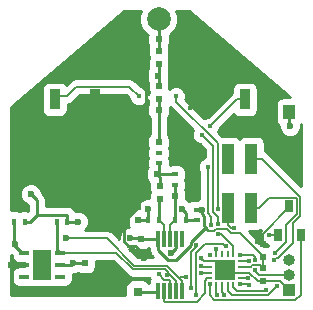
<source format=gtl>
G04 #@! TF.FileFunction,Copper,L1,Top,Signal*
%FSLAX46Y46*%
G04 Gerber Fmt 4.6, Leading zero omitted, Abs format (unit mm)*
G04 Created by KiCad (PCBNEW 4.0.7-e2-6376~60~ubuntu17.10.1) date Mon Apr  2 23:18:42 2018*
%MOMM*%
%LPD*%
G01*
G04 APERTURE LIST*
%ADD10C,0.100000*%
%ADD11C,0.400000*%
%ADD12R,0.500000X0.600000*%
%ADD13R,0.600000X0.500000*%
%ADD14R,0.800000X0.800000*%
%ADD15R,0.400000X0.600000*%
%ADD16R,1.000000X1.000000*%
%ADD17O,1.000000X1.000000*%
%ADD18R,0.300000X1.400000*%
%ADD19R,1.600000X2.500000*%
%ADD20R,0.850000X0.450000*%
%ADD21R,0.600000X0.400000*%
%ADD22R,1.000000X2.580000*%
%ADD23R,0.900000X1.700000*%
%ADD24C,1.998980*%
%ADD25R,1.000000X1.250000*%
%ADD26R,0.300000X0.300000*%
%ADD27R,0.550000X0.250000*%
%ADD28R,0.250000X0.550000*%
%ADD29R,1.700000X1.700000*%
%ADD30R,0.800000X1.000000*%
%ADD31C,0.600000*%
%ADD32C,0.254000*%
%ADD33C,0.152400*%
G04 APERTURE END LIST*
D10*
D11*
X153924000Y-141884400D03*
X153263600Y-141782800D03*
X152958800Y-141071600D03*
X152958800Y-148945600D03*
X153873200Y-149047200D03*
X155092400Y-148996400D03*
X156362400Y-148894800D03*
X157480000Y-148894800D03*
X160375600Y-148894800D03*
X158800800Y-148894800D03*
X161391600Y-146913600D03*
X160223200Y-146761200D03*
X167589200Y-136550400D03*
X167132000Y-137820400D03*
X166573200Y-137109200D03*
X166471600Y-135940800D03*
X166370000Y-134772400D03*
X166471600Y-133959600D03*
X167284400Y-135178800D03*
X168452800Y-137414000D03*
X168249600Y-139598400D03*
X172618400Y-135331200D03*
X171348400Y-135077200D03*
X174244000Y-132181600D03*
X172161200Y-130962400D03*
X170738800Y-131622800D03*
X167843200Y-131927600D03*
X167741600Y-130810000D03*
X169722800Y-130454400D03*
X171602400Y-129946400D03*
X170383200Y-128879600D03*
X169113200Y-128879600D03*
X167589200Y-129438400D03*
X167538400Y-128219200D03*
X168605200Y-127406400D03*
X167640000Y-126593600D03*
X174040800Y-130860800D03*
X175056800Y-131673600D03*
X174548800Y-131267200D03*
X175615600Y-132130800D03*
X171907200Y-128981200D03*
X172923200Y-129794000D03*
X172415200Y-129387600D03*
X173482000Y-130251200D03*
X169824400Y-127203200D03*
X170840400Y-128016000D03*
X170332400Y-127609600D03*
X171399200Y-128473200D03*
X169316400Y-126746000D03*
X168757600Y-126288800D03*
X168249600Y-125882400D03*
X166878000Y-127203200D03*
X166979600Y-126644400D03*
X167030400Y-126034800D03*
X167741600Y-125476000D03*
X167030400Y-125476000D03*
X162712400Y-126644400D03*
X162001200Y-126644400D03*
X162153600Y-127609600D03*
X161442400Y-127609600D03*
X160680400Y-128879600D03*
X159969200Y-128879600D03*
X162509200Y-128574800D03*
X161798000Y-128574800D03*
X162763200Y-129590800D03*
X162052000Y-129590800D03*
X161036000Y-129794000D03*
X160324800Y-129794000D03*
X159461200Y-129743200D03*
X158750000Y-129743200D03*
X159410400Y-130606800D03*
X158699200Y-130606800D03*
X160883600Y-130606800D03*
X160172400Y-130606800D03*
X161696400Y-130606800D03*
X162407600Y-130606800D03*
X161391600Y-132638800D03*
X162001200Y-132638800D03*
X162509200Y-132943600D03*
X162864800Y-133502400D03*
X163423600Y-134366000D03*
X164084000Y-134467600D03*
X164033200Y-135178800D03*
X163271200Y-135382000D03*
X163068000Y-136347200D03*
X163220400Y-137058400D03*
X163982400Y-137312400D03*
X163525200Y-138074400D03*
X162966400Y-138684000D03*
X163118800Y-139496800D03*
X163626800Y-139954000D03*
X164185600Y-140157200D03*
X163931600Y-140817600D03*
X162712400Y-141020800D03*
X162306000Y-142544800D03*
X162306000Y-141681200D03*
X162356800Y-140309600D03*
X160375600Y-140004800D03*
X160629600Y-142036800D03*
X160274000Y-138176000D03*
X158445200Y-137972800D03*
X159359600Y-137160000D03*
X159308800Y-135280400D03*
X157480000Y-135432800D03*
X157226000Y-136855200D03*
X157022800Y-138684000D03*
X156870400Y-140309600D03*
X157429200Y-141478000D03*
X156565600Y-141478000D03*
X156006800Y-141071600D03*
X155702000Y-140360400D03*
X155702000Y-139547600D03*
X155702000Y-138734800D03*
X155702000Y-137922000D03*
X155702000Y-137109200D03*
X155702000Y-136448800D03*
X155702000Y-135737600D03*
X155702000Y-135077200D03*
X155651200Y-134467600D03*
X155092400Y-134162800D03*
X154533600Y-134162800D03*
X153822400Y-134162800D03*
X153314400Y-133807200D03*
X154178000Y-132435600D03*
X153771600Y-132791200D03*
X153314400Y-133197600D03*
X155549600Y-131267200D03*
X155143200Y-131622800D03*
X154686000Y-132029200D03*
X156972000Y-130098800D03*
X156565600Y-130454400D03*
X156108400Y-130860800D03*
X158292800Y-128930400D03*
X157886400Y-129286000D03*
X157429200Y-129692400D03*
X159664400Y-127762000D03*
X159258000Y-128117600D03*
X158800800Y-128524000D03*
X160985200Y-126593600D03*
X160578800Y-126949200D03*
X160121600Y-127355600D03*
X161391600Y-126187200D03*
X161848800Y-125780800D03*
X162255200Y-125425200D03*
X162864800Y-125374400D03*
X163322000Y-125679200D03*
X163372800Y-126238000D03*
X163576000Y-126746000D03*
X163169600Y-127203200D03*
X163169600Y-127762000D03*
X163474400Y-128371600D03*
X166268400Y-127406400D03*
X166268400Y-127965200D03*
X166268400Y-128574800D03*
X166268400Y-129133600D03*
X166268400Y-129692400D03*
X166268400Y-130302000D03*
X166268400Y-130911600D03*
X166268400Y-131521200D03*
X163830000Y-131470400D03*
X163017200Y-130352800D03*
X163474400Y-130048000D03*
X163982400Y-130048000D03*
X164134800Y-129540000D03*
X164134800Y-128981200D03*
X164134800Y-128371600D03*
D12*
X174053500Y-147024000D03*
X174053500Y-148124000D03*
X174040800Y-146032400D03*
X174040800Y-144932400D03*
X159004000Y-146558000D03*
X159004000Y-147658000D03*
X163677600Y-145634800D03*
X163677600Y-144534800D03*
D13*
X165205500Y-127635000D03*
X164105500Y-127635000D03*
X165142000Y-130708400D03*
X164042000Y-130708400D03*
D14*
X161823600Y-148996400D03*
X163423600Y-148996400D03*
D15*
X153866000Y-143052800D03*
X152966000Y-143052800D03*
X157472800Y-143052800D03*
X156572800Y-143052800D03*
D16*
X176212500Y-148844000D03*
D17*
X176212500Y-147574000D03*
X176212500Y-146304000D03*
D18*
X167166800Y-144510400D03*
X166666800Y-144510400D03*
X166166800Y-144510400D03*
X165666800Y-144510400D03*
X165166800Y-144510400D03*
X165166800Y-148910400D03*
X165666800Y-148910400D03*
X166166800Y-148910400D03*
X166666800Y-148910400D03*
X167166800Y-148910400D03*
D19*
X155346400Y-146710400D03*
D20*
X153846400Y-145710400D03*
X153846400Y-146710400D03*
X153846400Y-147710400D03*
X156846400Y-147710400D03*
X156846400Y-146710400D03*
X156846400Y-145710400D03*
D13*
X165201600Y-136347200D03*
X164101600Y-136347200D03*
X165091200Y-139039600D03*
X163991200Y-139039600D03*
X167682000Y-140868400D03*
X166582000Y-140868400D03*
D12*
X165303200Y-140022400D03*
X165303200Y-141122400D03*
D21*
X165201600Y-138118000D03*
X165201600Y-137218000D03*
X166573200Y-139946800D03*
X166573200Y-139046800D03*
D15*
X166580400Y-142900400D03*
X167480400Y-142900400D03*
D12*
X163474400Y-142891600D03*
X163474400Y-141791600D03*
D22*
X173059600Y-137716600D03*
X173059600Y-141886600D03*
X171059600Y-137716600D03*
X171059600Y-141886600D03*
D23*
X159815000Y-132715000D03*
X156415000Y-132715000D03*
D24*
X165201600Y-125882400D03*
D15*
X164345200Y-142900400D03*
X165245200Y-142900400D03*
D21*
X168452800Y-142044000D03*
X168452800Y-142944000D03*
D13*
X165201600Y-133604000D03*
X164101600Y-133604000D03*
D25*
X174260000Y-133807200D03*
X176260000Y-133807200D03*
D23*
X172515000Y-132715000D03*
X169115000Y-132715000D03*
D12*
X165201600Y-129725600D03*
X165201600Y-128625600D03*
X165201600Y-132680800D03*
X165201600Y-131580800D03*
D26*
X172054600Y-148381800D03*
D27*
X172139600Y-147866800D03*
X172139600Y-147366800D03*
X172139600Y-146866800D03*
X172139600Y-146366800D03*
D26*
X172054600Y-145851800D03*
D28*
X171039600Y-145766800D03*
X171539600Y-145766800D03*
X170539600Y-145766800D03*
X170039600Y-145766800D03*
D26*
X169524600Y-148381800D03*
D27*
X169439600Y-146366800D03*
X169439600Y-146866800D03*
X169439600Y-147366800D03*
X169439600Y-147866800D03*
D26*
X169524600Y-145851800D03*
D28*
X170039600Y-148466800D03*
X170539600Y-148466800D03*
X171039600Y-148466800D03*
X171539600Y-148466800D03*
D29*
X170789600Y-147116800D03*
D30*
X176276000Y-141751200D03*
X175326000Y-144151200D03*
X177226000Y-144151200D03*
D11*
X162001200Y-137769600D03*
D31*
X154381200Y-140716000D03*
X168838590Y-142041195D03*
X176326800Y-134975600D03*
X157988000Y-146558000D03*
X162814000Y-144424400D03*
X158343600Y-143052800D03*
D11*
X168830610Y-146153326D03*
X173431200Y-134772400D03*
X160629600Y-132842000D03*
X163423600Y-130708400D03*
X163525200Y-133604000D03*
X167894000Y-133451600D03*
X173532800Y-144780000D03*
X170789600Y-147116800D03*
X163474400Y-141274800D03*
X167690800Y-140512800D03*
D31*
X162458400Y-147726400D03*
X163981443Y-146152557D03*
X166268400Y-145694400D03*
X152704800Y-146710400D03*
X162052000Y-136550400D03*
D11*
X167516190Y-147777200D03*
X172784633Y-147863681D03*
D31*
X153009600Y-144932400D03*
X157327600Y-144475200D03*
D11*
X172823002Y-148414759D03*
X165877760Y-147553189D03*
X168830610Y-147370800D03*
X165201600Y-147523200D03*
X173386483Y-146325787D03*
X173352769Y-147182998D03*
X172821600Y-146354800D03*
D31*
X167162190Y-141986000D03*
X164287200Y-141986000D03*
D11*
X170213379Y-143242364D03*
X170238394Y-144099573D03*
X168859200Y-135686800D03*
X169521345Y-135001011D03*
X174974162Y-146342196D03*
X174253574Y-148821790D03*
X175056800Y-145694400D03*
X175209200Y-148539200D03*
X168383242Y-145056210D03*
X169673385Y-143359036D03*
X167922590Y-148698051D03*
X171059600Y-137716600D03*
X169367200Y-138430000D03*
X170738800Y-149250400D03*
X170891200Y-145135600D03*
X171551600Y-143611600D03*
X168351200Y-149301200D03*
X170129200Y-149250400D03*
X170084996Y-145364211D03*
X170207188Y-141993748D03*
X166674800Y-132435600D03*
X163525200Y-132435600D03*
X168830610Y-146812000D03*
X174583857Y-144149491D03*
D32*
X154899401Y-142473399D02*
X154899401Y-141234201D01*
X154899401Y-141234201D02*
X154381200Y-140716000D01*
X167903840Y-145055319D02*
X167903840Y-144826096D01*
X166685357Y-146273802D02*
X167903840Y-145055319D01*
X169016214Y-143713722D02*
X169316400Y-143713722D01*
X165166800Y-144510400D02*
X165166800Y-145464400D01*
X165166800Y-145464400D02*
X165976202Y-146273802D01*
X167903840Y-144826096D02*
X169016214Y-143713722D01*
X165976202Y-146273802D02*
X166685357Y-146273802D01*
D33*
X169891030Y-143812607D02*
X169415285Y-143812607D01*
X170032665Y-143670972D02*
X169891030Y-143812607D01*
X172098602Y-144040202D02*
X171339735Y-144040202D01*
X171339735Y-144040202D02*
X170970505Y-143670972D01*
X174040800Y-146032400D02*
X174040800Y-145982400D01*
X174040800Y-145982400D02*
X172098602Y-144040202D01*
X169415285Y-143812607D02*
X169316400Y-143713722D01*
X170970505Y-143670972D02*
X170032665Y-143670972D01*
D32*
X168838590Y-142414659D02*
X168838590Y-142041195D01*
X169032201Y-143429523D02*
X169032201Y-142608270D01*
X168452800Y-142044000D02*
X168455605Y-142041195D01*
X168455605Y-142041195D02*
X168838590Y-142041195D01*
X169032201Y-142608270D02*
X168838590Y-142414659D01*
X169316400Y-143713722D02*
X169032201Y-143429523D01*
D33*
X173034637Y-146866800D02*
X172567000Y-146866800D01*
X173783897Y-146754397D02*
X173147040Y-146754397D01*
X174053500Y-147024000D02*
X173783897Y-146754397D01*
X173147040Y-146754397D02*
X173034637Y-146866800D01*
X172567000Y-146866800D02*
X172139600Y-146866800D01*
D32*
X176260000Y-133807200D02*
X176260000Y-134908800D01*
X176260000Y-134908800D02*
X176326800Y-134975600D01*
X159004000Y-146558000D02*
X157988000Y-146558000D01*
D33*
X174040800Y-146032400D02*
X174040800Y-147011300D01*
X174040800Y-147011300D02*
X174053500Y-147024000D01*
D32*
X156846400Y-146710400D02*
X157835600Y-146710400D01*
X157835600Y-146710400D02*
X157988000Y-146558000D01*
X157046400Y-146710400D02*
X156846400Y-146710400D01*
X162814000Y-144424400D02*
X163567200Y-144424400D01*
X163567200Y-144424400D02*
X163677600Y-144534800D01*
X157472800Y-143052800D02*
X158343600Y-143052800D01*
X157472800Y-143052800D02*
X157472800Y-142498800D01*
X157472800Y-142498800D02*
X157447399Y-142473399D01*
X157447399Y-142473399D02*
X154899401Y-142473399D01*
X154899401Y-142473399D02*
X154320000Y-143052800D01*
X154320000Y-143052800D02*
X153866000Y-143052800D01*
X165166800Y-144510400D02*
X163702000Y-144510400D01*
X163702000Y-144510400D02*
X163677600Y-144534800D01*
D33*
X168830610Y-146185210D02*
X168830610Y-146153326D01*
X169439600Y-146366800D02*
X169012200Y-146366800D01*
X169012200Y-146366800D02*
X168830610Y-146185210D01*
X174455900Y-148124000D02*
X174053500Y-148124000D01*
X174469302Y-148110598D02*
X174455900Y-148124000D01*
X175479098Y-148110598D02*
X174469302Y-148110598D01*
X176212500Y-148844000D02*
X175479098Y-148110598D01*
X172567000Y-147366800D02*
X172139600Y-147366800D01*
X172893900Y-147366800D02*
X172567000Y-147366800D01*
X173651100Y-148124000D02*
X172893900Y-147366800D01*
X174053500Y-148124000D02*
X173651100Y-148124000D01*
X174260000Y-133807200D02*
X174260000Y-133943600D01*
X174260000Y-133943600D02*
X173431200Y-134772400D01*
X160629600Y-132842000D02*
X159942000Y-132842000D01*
X159942000Y-132842000D02*
X159815000Y-132715000D01*
X164042000Y-130708400D02*
X163423600Y-130708400D01*
X164101600Y-133604000D02*
X163525200Y-133604000D01*
X169115000Y-132715000D02*
X168512600Y-132715000D01*
X168512600Y-132715000D02*
X167894000Y-133333600D01*
X167894000Y-133333600D02*
X167894000Y-133451600D01*
X174040800Y-144932400D02*
X173685200Y-144932400D01*
X173685200Y-144932400D02*
X173532800Y-144780000D01*
X174040800Y-144086400D02*
X174040800Y-144480000D01*
X176276000Y-141751200D02*
X176276000Y-141851200D01*
X176276000Y-141851200D02*
X174040800Y-144086400D01*
X174040800Y-144480000D02*
X174040800Y-144932400D01*
X170789600Y-147116800D02*
X171039600Y-147366800D01*
X171039600Y-147366800D02*
X172139600Y-147366800D01*
X170789600Y-147116800D02*
X170039600Y-146366800D01*
X170039600Y-146366800D02*
X169439600Y-146366800D01*
X163474400Y-141791600D02*
X163474400Y-141274800D01*
X167682000Y-140868400D02*
X167682000Y-140521600D01*
X167682000Y-140521600D02*
X167690800Y-140512800D01*
D32*
X159004000Y-147658000D02*
X162390000Y-147658000D01*
X162390000Y-147658000D02*
X162458400Y-147726400D01*
X161823600Y-148996400D02*
X161823600Y-148361200D01*
X161823600Y-148361200D02*
X162458400Y-147726400D01*
X163677600Y-145634800D02*
X163677600Y-145848714D01*
X163681444Y-145852558D02*
X163981443Y-146152557D01*
X163677600Y-145848714D02*
X163681444Y-145852558D01*
X166666800Y-144510400D02*
X166666800Y-145296000D01*
X166666800Y-145296000D02*
X166268400Y-145694400D01*
X162234599Y-144695799D02*
X162234599Y-143081401D01*
X162619600Y-145080800D02*
X162234599Y-144695799D01*
X162234599Y-143081401D02*
X163474400Y-141841600D01*
X163677600Y-145584800D02*
X163173600Y-145080800D01*
X163677600Y-145634800D02*
X163677600Y-145584800D01*
X163474400Y-141841600D02*
X163474400Y-141791600D01*
X163173600Y-145080800D02*
X162619600Y-145080800D01*
X153846400Y-146710400D02*
X152704800Y-146710400D01*
X164101600Y-136347200D02*
X162255200Y-136347200D01*
X162255200Y-136347200D02*
X162052000Y-136550400D01*
X163991200Y-139039600D02*
X163991200Y-136457600D01*
X163991200Y-136457600D02*
X164101600Y-136347200D01*
X164101600Y-133604000D02*
X164101600Y-134108000D01*
X164101600Y-134108000D02*
X164101600Y-136347200D01*
X164101600Y-133604000D02*
X164101600Y-130768000D01*
X164101600Y-130768000D02*
X164042000Y-130708400D01*
X164105500Y-127635000D02*
X164105500Y-130644900D01*
X164105500Y-130644900D02*
X164042000Y-130708400D01*
X165245200Y-142900400D02*
X165245200Y-141180400D01*
X165245200Y-141180400D02*
X165303200Y-141122400D01*
D33*
X165666800Y-144510400D02*
X165666800Y-143322000D01*
X165666800Y-143322000D02*
X165245200Y-142900400D01*
D32*
X166580400Y-140819200D02*
X166582000Y-140817600D01*
X166582000Y-139955600D02*
X166573200Y-139946800D01*
X166582000Y-140817600D02*
X166582000Y-139955600D01*
X166580400Y-142900400D02*
X166580400Y-140819200D01*
D33*
X166166800Y-144510400D02*
X166166800Y-143314000D01*
X166166800Y-143314000D02*
X166580400Y-142900400D01*
D32*
X163423600Y-148996400D02*
X165080800Y-148996400D01*
X165080800Y-148996400D02*
X165166800Y-148910400D01*
D33*
X167233348Y-147777200D02*
X167516190Y-147777200D01*
X166987600Y-147777200D02*
X167233348Y-147777200D01*
X166936800Y-147828000D02*
X166987600Y-147777200D01*
X172781514Y-147866800D02*
X172784633Y-147863681D01*
X172139600Y-147866800D02*
X172781514Y-147866800D01*
X157751864Y-144475200D02*
X157327600Y-144475200D01*
X160832800Y-144475200D02*
X157751864Y-144475200D01*
X166936800Y-147828000D02*
X165898587Y-146789787D01*
X163147387Y-146789787D02*
X160832800Y-144475200D01*
X165898587Y-146789787D02*
X163147387Y-146789787D01*
X167166800Y-148058000D02*
X166936800Y-147828000D01*
D32*
X152966000Y-143967200D02*
X152966000Y-144475200D01*
X152966000Y-144475200D02*
X152966000Y-145030000D01*
X152966000Y-143052800D02*
X152966000Y-143967200D01*
D33*
X167166800Y-148910400D02*
X167166800Y-148058000D01*
D32*
X152966000Y-145030000D02*
X153646400Y-145710400D01*
X153646400Y-145710400D02*
X153846400Y-145710400D01*
D33*
X172790043Y-148381800D02*
X172823002Y-148414759D01*
X172054600Y-148381800D02*
X172790043Y-148381800D01*
X166436800Y-147828000D02*
X165703398Y-147094598D01*
X161636934Y-145710400D02*
X157423800Y-145710400D01*
X157423800Y-145710400D02*
X156846400Y-145710400D01*
X163021132Y-147094598D02*
X161636934Y-145710400D01*
X165703398Y-147094598D02*
X163021132Y-147094598D01*
X166160602Y-147553189D02*
X165877760Y-147553189D01*
X166161989Y-147553189D02*
X166160602Y-147553189D01*
X166436800Y-147828000D02*
X166161989Y-147553189D01*
X166666800Y-148058000D02*
X166436800Y-147828000D01*
X166666800Y-148910400D02*
X166666800Y-148058000D01*
D32*
X156572800Y-143052800D02*
X156572800Y-145436800D01*
X156572800Y-145436800D02*
X156846400Y-145710400D01*
D33*
X169145999Y-148048919D02*
X169328118Y-147866800D01*
X169145999Y-149140731D02*
X169145999Y-148048919D01*
X168447729Y-149839001D02*
X169145999Y-149140731D01*
X169328118Y-147866800D02*
X169439600Y-147866800D01*
X165743001Y-149839001D02*
X168447729Y-149839001D01*
X165666800Y-148910400D02*
X165666800Y-149762800D01*
X165666800Y-149762800D02*
X165743001Y-149839001D01*
X169439600Y-147366800D02*
X168834610Y-147366800D01*
X168834610Y-147366800D02*
X168830610Y-147370800D01*
X166090599Y-147981799D02*
X165660199Y-147981799D01*
X165660199Y-147981799D02*
X165201600Y-147523200D01*
X166166800Y-148910400D02*
X166166800Y-148058000D01*
X166166800Y-148058000D02*
X166090599Y-147981799D01*
X172054600Y-145851800D02*
X173195338Y-145851800D01*
X173195338Y-145851800D02*
X173386483Y-146042945D01*
X176212500Y-147574000D02*
X173703022Y-147574000D01*
X173703022Y-147574000D02*
X173552768Y-147423746D01*
X173552768Y-147382997D02*
X173352769Y-147182998D01*
X173386483Y-146042945D02*
X173386483Y-146325787D01*
X173552768Y-147423746D02*
X173552768Y-147382997D01*
X172809600Y-146366800D02*
X172821600Y-146354800D01*
X172139600Y-146366800D02*
X172809600Y-146366800D01*
D32*
X165201600Y-131580800D02*
X165201600Y-130768000D01*
X165201600Y-130768000D02*
X165142000Y-130708400D01*
X165201600Y-129725600D02*
X165201600Y-130648800D01*
X165201600Y-130648800D02*
X165142000Y-130708400D01*
X165205500Y-127635000D02*
X165205500Y-128621700D01*
X165205500Y-128621700D02*
X165201600Y-128625600D01*
X165205500Y-127635000D02*
X165205500Y-125886300D01*
X165205500Y-125886300D02*
X165201600Y-125882400D01*
X165201600Y-136347200D02*
X165201600Y-133604000D01*
X165201600Y-133604000D02*
X165201600Y-132680800D01*
X165201600Y-138118000D02*
X165201600Y-138929200D01*
X165201600Y-138929200D02*
X165091200Y-139039600D01*
X165303200Y-140022400D02*
X165303200Y-139251600D01*
X165303200Y-139251600D02*
X165091200Y-139039600D01*
X166573200Y-139046800D02*
X165098400Y-139046800D01*
X165098400Y-139046800D02*
X165091200Y-139039600D01*
X167462189Y-142285999D02*
X167162190Y-141986000D01*
X167480400Y-142304210D02*
X167462189Y-142285999D01*
X167480400Y-142900400D02*
X167480400Y-142304210D01*
X164287200Y-141986000D02*
X164287200Y-142842400D01*
X164287200Y-142842400D02*
X164345200Y-142900400D01*
X163483200Y-142900400D02*
X163474400Y-142891600D01*
X164329200Y-142884400D02*
X164345200Y-142900400D01*
X168452800Y-142944000D02*
X167524000Y-142944000D01*
X167524000Y-142944000D02*
X167480400Y-142900400D01*
X164345200Y-142900400D02*
X163483200Y-142900400D01*
X167480400Y-142900400D02*
X167589200Y-142900400D01*
D33*
X170213379Y-142959522D02*
X170213379Y-143242364D01*
X170213379Y-142655049D02*
X170213379Y-142959522D01*
X168859200Y-135686800D02*
X169846602Y-136674202D01*
X169776129Y-142217799D02*
X170213379Y-142655049D01*
X169776129Y-138706203D02*
X169776129Y-142217799D01*
X169846602Y-138635730D02*
X169776129Y-138706203D01*
X171539600Y-145117937D02*
X170521236Y-144099573D01*
X170521236Y-144099573D02*
X170238394Y-144099573D01*
X169846602Y-136674202D02*
X169846602Y-138635730D01*
X171539600Y-145766800D02*
X171539600Y-145117937D01*
X169721344Y-134801012D02*
X169521345Y-135001011D01*
X171807356Y-132715000D02*
X169721344Y-134801012D01*
X172515000Y-132715000D02*
X171807356Y-132715000D01*
X177209412Y-142560337D02*
X176580801Y-143188947D01*
X175339875Y-146142197D02*
X175174161Y-146142197D01*
X173983949Y-137716600D02*
X177209412Y-140942063D01*
X175174161Y-146142197D02*
X174974162Y-146342196D01*
X173059600Y-137716600D02*
X173983949Y-137716600D01*
X176580801Y-144901271D02*
X175339875Y-146142197D01*
X176580801Y-143188947D02*
X176580801Y-144901271D01*
X177209412Y-140942063D02*
X177209412Y-142560337D01*
X174181164Y-148894200D02*
X174253574Y-148821790D01*
X171539600Y-148466800D02*
X171539600Y-148616800D01*
X171539600Y-148616800D02*
X171817000Y-148894200D01*
X171817000Y-148894200D02*
X174181164Y-148894200D01*
X175056800Y-145694400D02*
X175954601Y-144796599D01*
X175954601Y-144796599D02*
X175954601Y-143384081D01*
X175954601Y-143384081D02*
X176904601Y-142434081D01*
X176904601Y-142434081D02*
X176904601Y-141068319D01*
X176904601Y-141068319D02*
X176858881Y-141022599D01*
X176858881Y-141022599D02*
X174576001Y-141022599D01*
X174576001Y-141022599D02*
X173712000Y-141886600D01*
X173712000Y-141886600D02*
X173059600Y-141886600D01*
X174611694Y-149098000D02*
X174650400Y-149098000D01*
X174650400Y-149098000D02*
X175209200Y-148539200D01*
X171039600Y-148466800D02*
X171039600Y-148894200D01*
X171039600Y-148894200D02*
X171395791Y-149250391D01*
X171395791Y-149250391D02*
X174459303Y-149250391D01*
X174459303Y-149250391D02*
X174611694Y-149098000D01*
X167922590Y-148415209D02*
X167973390Y-148364409D01*
X167973390Y-148364409D02*
X167973390Y-145618462D01*
X167973390Y-145618462D02*
X168383242Y-145208610D01*
X167922590Y-148698051D02*
X167922590Y-148415209D01*
X168383242Y-145208610D02*
X168383242Y-145056210D01*
X169367200Y-138430000D02*
X169367200Y-142352569D01*
X169673385Y-143076194D02*
X169673385Y-143359036D01*
X169673385Y-142658754D02*
X169673385Y-143076194D01*
X169367200Y-142352569D02*
X169673385Y-142658754D01*
X170539600Y-148466800D02*
X170539600Y-149051200D01*
X170539600Y-149051200D02*
X170738800Y-149250400D01*
X170691201Y-144935601D02*
X169109999Y-144935601D01*
X169109999Y-144935601D02*
X168351200Y-145694400D01*
X170891200Y-145135600D02*
X170691201Y-144935601D01*
X171059600Y-141886600D02*
X171059600Y-143329000D01*
X171059600Y-143329000D02*
X171342200Y-143611600D01*
X171342200Y-143611600D02*
X171551600Y-143611600D01*
X168351200Y-149301200D02*
X168351200Y-149018358D01*
X168351200Y-149018358D02*
X168351200Y-145694400D01*
X170039600Y-148466800D02*
X170039600Y-149160800D01*
X170039600Y-149160800D02*
X170129200Y-149250400D01*
X170039600Y-145766800D02*
X170084996Y-145721404D01*
X170084996Y-145721404D02*
X170084996Y-145647053D01*
X170084996Y-145647053D02*
X170084996Y-145364211D01*
X166674800Y-132892800D02*
X170207188Y-136425188D01*
X166674800Y-132435600D02*
X166674800Y-132892800D01*
X170207188Y-141710906D02*
X170207188Y-141993748D01*
X170207188Y-136425188D02*
X170207188Y-141710906D01*
X157429200Y-132435600D02*
X158228401Y-131636399D01*
X158228401Y-131636399D02*
X162725999Y-131636399D01*
X162725999Y-131636399D02*
X163525200Y-132435600D01*
X157429200Y-132435600D02*
X156694400Y-132435600D01*
X156694400Y-132435600D02*
X156415000Y-132715000D01*
X168885410Y-146866800D02*
X168830610Y-146812000D01*
X169439600Y-146866800D02*
X168885410Y-146866800D01*
X174585566Y-144151200D02*
X174583857Y-144149491D01*
X175326000Y-144151200D02*
X174585566Y-144151200D01*
X169524600Y-148684200D02*
X169524600Y-148381800D01*
X169524600Y-149280132D02*
X169524600Y-148684200D01*
X169923470Y-149679002D02*
X169524600Y-149280132D01*
X177226000Y-149241982D02*
X176788980Y-149679002D01*
X176788980Y-149679002D02*
X169923470Y-149679002D01*
X177226000Y-144151200D02*
X177226000Y-149241982D01*
D32*
G36*
X152773960Y-145915590D02*
X152773960Y-145935400D01*
X152818238Y-146170717D01*
X152957310Y-146386841D01*
X153169510Y-146531831D01*
X153421400Y-146582840D01*
X153898960Y-146582840D01*
X153898960Y-146837960D01*
X153421400Y-146837960D01*
X153186083Y-146882238D01*
X152969959Y-147021310D01*
X152824969Y-147233510D01*
X152773960Y-147485400D01*
X152773960Y-147935400D01*
X152818238Y-148170717D01*
X152957310Y-148386841D01*
X153169510Y-148531831D01*
X153421400Y-148582840D01*
X154271400Y-148582840D01*
X154349955Y-148568059D01*
X154546400Y-148607840D01*
X156146400Y-148607840D01*
X156352941Y-148568977D01*
X156421400Y-148582840D01*
X157271400Y-148582840D01*
X157506717Y-148538562D01*
X157722841Y-148399490D01*
X157867831Y-148187290D01*
X157918840Y-147935400D01*
X157918840Y-147492940D01*
X158173167Y-147493162D01*
X158413475Y-147393869D01*
X158502110Y-147454431D01*
X158754000Y-147505440D01*
X159254000Y-147505440D01*
X159489317Y-147461162D01*
X159705441Y-147322090D01*
X159850431Y-147109890D01*
X159901440Y-146858000D01*
X159901440Y-146421600D01*
X161342346Y-146421600D01*
X162518238Y-147597493D01*
X162740960Y-147746310D01*
X162748968Y-147751661D01*
X163021132Y-147805798D01*
X164414895Y-147805798D01*
X164456279Y-147905954D01*
X164420369Y-147958510D01*
X164369360Y-148210400D01*
X164369360Y-148234400D01*
X164345244Y-148234400D01*
X164287690Y-148144959D01*
X164075490Y-147999969D01*
X163823600Y-147948960D01*
X163023600Y-147948960D01*
X162788283Y-147993238D01*
X162572159Y-148132310D01*
X162427169Y-148344510D01*
X162376160Y-148596400D01*
X162376160Y-149290000D01*
X152710000Y-149290000D01*
X152710000Y-145851630D01*
X152773960Y-145915590D01*
X152773960Y-145915590D01*
G37*
X152773960Y-145915590D02*
X152773960Y-145935400D01*
X152818238Y-146170717D01*
X152957310Y-146386841D01*
X153169510Y-146531831D01*
X153421400Y-146582840D01*
X153898960Y-146582840D01*
X153898960Y-146837960D01*
X153421400Y-146837960D01*
X153186083Y-146882238D01*
X152969959Y-147021310D01*
X152824969Y-147233510D01*
X152773960Y-147485400D01*
X152773960Y-147935400D01*
X152818238Y-148170717D01*
X152957310Y-148386841D01*
X153169510Y-148531831D01*
X153421400Y-148582840D01*
X154271400Y-148582840D01*
X154349955Y-148568059D01*
X154546400Y-148607840D01*
X156146400Y-148607840D01*
X156352941Y-148568977D01*
X156421400Y-148582840D01*
X157271400Y-148582840D01*
X157506717Y-148538562D01*
X157722841Y-148399490D01*
X157867831Y-148187290D01*
X157918840Y-147935400D01*
X157918840Y-147492940D01*
X158173167Y-147493162D01*
X158413475Y-147393869D01*
X158502110Y-147454431D01*
X158754000Y-147505440D01*
X159254000Y-147505440D01*
X159489317Y-147461162D01*
X159705441Y-147322090D01*
X159850431Y-147109890D01*
X159901440Y-146858000D01*
X159901440Y-146421600D01*
X161342346Y-146421600D01*
X162518238Y-147597493D01*
X162740960Y-147746310D01*
X162748968Y-147751661D01*
X163021132Y-147805798D01*
X164414895Y-147805798D01*
X164456279Y-147905954D01*
X164420369Y-147958510D01*
X164369360Y-148210400D01*
X164369360Y-148234400D01*
X164345244Y-148234400D01*
X164287690Y-148144959D01*
X164075490Y-147999969D01*
X163823600Y-147948960D01*
X163023600Y-147948960D01*
X162788283Y-147993238D01*
X162572159Y-148132310D01*
X162427169Y-148344510D01*
X162376160Y-148596400D01*
X162376160Y-149290000D01*
X152710000Y-149290000D01*
X152710000Y-145851630D01*
X152773960Y-145915590D01*
G36*
X176514800Y-148947393D02*
X176494392Y-148967802D01*
X175935354Y-148967802D01*
X176044055Y-148706021D01*
X176044078Y-148679922D01*
X176190264Y-148709000D01*
X176234736Y-148709000D01*
X176514800Y-148653292D01*
X176514800Y-148947393D01*
X176514800Y-148947393D01*
G37*
X176514800Y-148947393D02*
X176494392Y-148967802D01*
X175935354Y-148967802D01*
X176044055Y-148706021D01*
X176044078Y-148679922D01*
X176190264Y-148709000D01*
X176234736Y-148709000D01*
X176514800Y-148653292D01*
X176514800Y-148947393D01*
G36*
X170914600Y-146689240D02*
X171164600Y-146689240D01*
X171230307Y-146676876D01*
X171217160Y-146741800D01*
X171217160Y-146991800D01*
X171261438Y-147227117D01*
X171351790Y-147367527D01*
X171268169Y-147489910D01*
X171253497Y-147562362D01*
X171164600Y-147544360D01*
X170914600Y-147544360D01*
X170785011Y-147568744D01*
X170664600Y-147544360D01*
X170414600Y-147544360D01*
X170348893Y-147556724D01*
X170362040Y-147491800D01*
X170362040Y-147241800D01*
X170337656Y-147112211D01*
X170362040Y-146991800D01*
X170362040Y-146741800D01*
X170349676Y-146676093D01*
X170414600Y-146689240D01*
X170664600Y-146689240D01*
X170794189Y-146664856D01*
X170914600Y-146689240D01*
X170914600Y-146689240D01*
G37*
X170914600Y-146689240D02*
X171164600Y-146689240D01*
X171230307Y-146676876D01*
X171217160Y-146741800D01*
X171217160Y-146991800D01*
X171261438Y-147227117D01*
X171351790Y-147367527D01*
X171268169Y-147489910D01*
X171253497Y-147562362D01*
X171164600Y-147544360D01*
X170914600Y-147544360D01*
X170785011Y-147568744D01*
X170664600Y-147544360D01*
X170414600Y-147544360D01*
X170348893Y-147556724D01*
X170362040Y-147491800D01*
X170362040Y-147241800D01*
X170337656Y-147112211D01*
X170362040Y-146991800D01*
X170362040Y-146741800D01*
X170349676Y-146676093D01*
X170414600Y-146689240D01*
X170664600Y-146689240D01*
X170794189Y-146664856D01*
X170914600Y-146689240D01*
G36*
X164404800Y-145398747D02*
X164404800Y-145464400D01*
X164462804Y-145756005D01*
X164582672Y-145935400D01*
X164627985Y-146003215D01*
X164703357Y-146078587D01*
X163441976Y-146078587D01*
X162722710Y-145359321D01*
X162999167Y-145359562D01*
X163043818Y-145341113D01*
X163175710Y-145431231D01*
X163427600Y-145482240D01*
X163927600Y-145482240D01*
X164162917Y-145437962D01*
X164379041Y-145298890D01*
X164384506Y-145290892D01*
X164404800Y-145398747D01*
X164404800Y-145398747D01*
G37*
X164404800Y-145398747D02*
X164404800Y-145464400D01*
X164462804Y-145756005D01*
X164582672Y-145935400D01*
X164627985Y-146003215D01*
X164703357Y-146078587D01*
X163441976Y-146078587D01*
X162722710Y-145359321D01*
X162999167Y-145359562D01*
X163043818Y-145341113D01*
X163175710Y-145431231D01*
X163427600Y-145482240D01*
X163927600Y-145482240D01*
X164162917Y-145437962D01*
X164379041Y-145298890D01*
X164384506Y-145290892D01*
X164404800Y-145398747D01*
G36*
X173749002Y-143982670D02*
X173748712Y-144314854D01*
X173875565Y-144621863D01*
X174110250Y-144856957D01*
X174374396Y-144966640D01*
X174461910Y-145102641D01*
X174465342Y-145104986D01*
X174452584Y-145117722D01*
X174290800Y-145084960D01*
X174149149Y-145084960D01*
X172888228Y-143824040D01*
X173559600Y-143824040D01*
X173794917Y-143779762D01*
X173847237Y-143746095D01*
X173749002Y-143982670D01*
X173749002Y-143982670D01*
G37*
X173749002Y-143982670D02*
X173748712Y-144314854D01*
X173875565Y-144621863D01*
X174110250Y-144856957D01*
X174374396Y-144966640D01*
X174461910Y-145102641D01*
X174465342Y-145104986D01*
X174452584Y-145117722D01*
X174290800Y-145084960D01*
X174149149Y-145084960D01*
X172888228Y-143824040D01*
X173559600Y-143824040D01*
X173794917Y-143779762D01*
X173847237Y-143746095D01*
X173749002Y-143982670D01*
G36*
X163567394Y-125555853D02*
X163566826Y-126206094D01*
X163815138Y-126807055D01*
X164274527Y-127267246D01*
X164281333Y-127270072D01*
X164258060Y-127385000D01*
X164258060Y-127885000D01*
X164302338Y-128120317D01*
X164335344Y-128171610D01*
X164304160Y-128325600D01*
X164304160Y-128925600D01*
X164348438Y-129160917D01*
X164355942Y-129172579D01*
X164355169Y-129173710D01*
X164304160Y-129425600D01*
X164304160Y-130025600D01*
X164318199Y-130100212D01*
X164245569Y-130206510D01*
X164194560Y-130458400D01*
X164194560Y-130958400D01*
X164238838Y-131193717D01*
X164304160Y-131295230D01*
X164304160Y-131880800D01*
X164348438Y-132116117D01*
X164355942Y-132127779D01*
X164355169Y-132128910D01*
X164337665Y-132215347D01*
X164233492Y-131963228D01*
X163998807Y-131728134D01*
X163699053Y-131603665D01*
X163228893Y-131133505D01*
X162998164Y-130979336D01*
X162725999Y-130925199D01*
X158228401Y-130925199D01*
X157956236Y-130979336D01*
X157725507Y-131133505D01*
X157374650Y-131484362D01*
X157329090Y-131413559D01*
X157116890Y-131268569D01*
X156865000Y-131217560D01*
X155965000Y-131217560D01*
X155729683Y-131261838D01*
X155513559Y-131400910D01*
X155368569Y-131613110D01*
X155317560Y-131865000D01*
X155317560Y-133565000D01*
X155361838Y-133800317D01*
X155500910Y-134016441D01*
X155713110Y-134161431D01*
X155965000Y-134212440D01*
X156865000Y-134212440D01*
X157100317Y-134168162D01*
X157316441Y-134029090D01*
X157461431Y-133816890D01*
X157512440Y-133565000D01*
X157512440Y-133130243D01*
X157701365Y-133092663D01*
X157932094Y-132938494D01*
X158522989Y-132347599D01*
X162431411Y-132347599D01*
X162693773Y-132609961D01*
X162816908Y-132907972D01*
X163051593Y-133143066D01*
X163358379Y-133270455D01*
X163690563Y-133270745D01*
X163997572Y-133143892D01*
X164232666Y-132909207D01*
X164304160Y-132737031D01*
X164304160Y-132980800D01*
X164322275Y-133077074D01*
X164305169Y-133102110D01*
X164254160Y-133354000D01*
X164254160Y-133854000D01*
X164298438Y-134089317D01*
X164437510Y-134305441D01*
X164439600Y-134306869D01*
X164439600Y-135648564D01*
X164305169Y-135845310D01*
X164254160Y-136097200D01*
X164254160Y-136597200D01*
X164295203Y-136815324D01*
X164254160Y-137018000D01*
X164254160Y-137418000D01*
X164298438Y-137653317D01*
X164305942Y-137664979D01*
X164305169Y-137666110D01*
X164254160Y-137918000D01*
X164254160Y-138318000D01*
X164273751Y-138422116D01*
X164194769Y-138537710D01*
X164143760Y-138789600D01*
X164143760Y-139289600D01*
X164188038Y-139524917D01*
X164327110Y-139741041D01*
X164405760Y-139794780D01*
X164405760Y-140322400D01*
X164450038Y-140557717D01*
X164457542Y-140569379D01*
X164456769Y-140570510D01*
X164405760Y-140822400D01*
X164405760Y-141051103D01*
X164102033Y-141050838D01*
X163758257Y-141192883D01*
X163495008Y-141455673D01*
X163352362Y-141799201D01*
X163352236Y-141944160D01*
X163224400Y-141944160D01*
X162989083Y-141988438D01*
X162772959Y-142127510D01*
X162627969Y-142339710D01*
X162576960Y-142591600D01*
X162576960Y-143191600D01*
X162621238Y-143426917D01*
X162661359Y-143489266D01*
X162628833Y-143489238D01*
X162285057Y-143631283D01*
X162021808Y-143894073D01*
X161879162Y-144237601D01*
X161878920Y-144515532D01*
X161335694Y-143972306D01*
X161104965Y-143818137D01*
X160832800Y-143764000D01*
X158954603Y-143764000D01*
X159135792Y-143583127D01*
X159278438Y-143239599D01*
X159278762Y-142867633D01*
X159136717Y-142523857D01*
X158873927Y-142260608D01*
X158530399Y-142117962D01*
X158158433Y-142117638D01*
X158125930Y-142131068D01*
X158011615Y-141959984D01*
X157986214Y-141934584D01*
X157914236Y-141886490D01*
X157739004Y-141769403D01*
X157447399Y-141711399D01*
X155661401Y-141711399D01*
X155661401Y-141234201D01*
X155603397Y-140942596D01*
X155438216Y-140695386D01*
X155316325Y-140573495D01*
X155316362Y-140530833D01*
X155174317Y-140187057D01*
X154911527Y-139923808D01*
X154567999Y-139781162D01*
X154196033Y-139780838D01*
X153852257Y-139922883D01*
X153589008Y-140185673D01*
X153446362Y-140529201D01*
X153446038Y-140901167D01*
X153588083Y-141244943D01*
X153850873Y-141508192D01*
X154137401Y-141627169D01*
X154137401Y-142119819D01*
X154066000Y-142105360D01*
X153666000Y-142105360D01*
X153430683Y-142149638D01*
X153419021Y-142157142D01*
X153417890Y-142156369D01*
X153166000Y-142105360D01*
X152766000Y-142105360D01*
X152710000Y-142115897D01*
X152710000Y-133328333D01*
X162260980Y-125210000D01*
X163711005Y-125210000D01*
X163567394Y-125555853D01*
X163567394Y-125555853D01*
G37*
X163567394Y-125555853D02*
X163566826Y-126206094D01*
X163815138Y-126807055D01*
X164274527Y-127267246D01*
X164281333Y-127270072D01*
X164258060Y-127385000D01*
X164258060Y-127885000D01*
X164302338Y-128120317D01*
X164335344Y-128171610D01*
X164304160Y-128325600D01*
X164304160Y-128925600D01*
X164348438Y-129160917D01*
X164355942Y-129172579D01*
X164355169Y-129173710D01*
X164304160Y-129425600D01*
X164304160Y-130025600D01*
X164318199Y-130100212D01*
X164245569Y-130206510D01*
X164194560Y-130458400D01*
X164194560Y-130958400D01*
X164238838Y-131193717D01*
X164304160Y-131295230D01*
X164304160Y-131880800D01*
X164348438Y-132116117D01*
X164355942Y-132127779D01*
X164355169Y-132128910D01*
X164337665Y-132215347D01*
X164233492Y-131963228D01*
X163998807Y-131728134D01*
X163699053Y-131603665D01*
X163228893Y-131133505D01*
X162998164Y-130979336D01*
X162725999Y-130925199D01*
X158228401Y-130925199D01*
X157956236Y-130979336D01*
X157725507Y-131133505D01*
X157374650Y-131484362D01*
X157329090Y-131413559D01*
X157116890Y-131268569D01*
X156865000Y-131217560D01*
X155965000Y-131217560D01*
X155729683Y-131261838D01*
X155513559Y-131400910D01*
X155368569Y-131613110D01*
X155317560Y-131865000D01*
X155317560Y-133565000D01*
X155361838Y-133800317D01*
X155500910Y-134016441D01*
X155713110Y-134161431D01*
X155965000Y-134212440D01*
X156865000Y-134212440D01*
X157100317Y-134168162D01*
X157316441Y-134029090D01*
X157461431Y-133816890D01*
X157512440Y-133565000D01*
X157512440Y-133130243D01*
X157701365Y-133092663D01*
X157932094Y-132938494D01*
X158522989Y-132347599D01*
X162431411Y-132347599D01*
X162693773Y-132609961D01*
X162816908Y-132907972D01*
X163051593Y-133143066D01*
X163358379Y-133270455D01*
X163690563Y-133270745D01*
X163997572Y-133143892D01*
X164232666Y-132909207D01*
X164304160Y-132737031D01*
X164304160Y-132980800D01*
X164322275Y-133077074D01*
X164305169Y-133102110D01*
X164254160Y-133354000D01*
X164254160Y-133854000D01*
X164298438Y-134089317D01*
X164437510Y-134305441D01*
X164439600Y-134306869D01*
X164439600Y-135648564D01*
X164305169Y-135845310D01*
X164254160Y-136097200D01*
X164254160Y-136597200D01*
X164295203Y-136815324D01*
X164254160Y-137018000D01*
X164254160Y-137418000D01*
X164298438Y-137653317D01*
X164305942Y-137664979D01*
X164305169Y-137666110D01*
X164254160Y-137918000D01*
X164254160Y-138318000D01*
X164273751Y-138422116D01*
X164194769Y-138537710D01*
X164143760Y-138789600D01*
X164143760Y-139289600D01*
X164188038Y-139524917D01*
X164327110Y-139741041D01*
X164405760Y-139794780D01*
X164405760Y-140322400D01*
X164450038Y-140557717D01*
X164457542Y-140569379D01*
X164456769Y-140570510D01*
X164405760Y-140822400D01*
X164405760Y-141051103D01*
X164102033Y-141050838D01*
X163758257Y-141192883D01*
X163495008Y-141455673D01*
X163352362Y-141799201D01*
X163352236Y-141944160D01*
X163224400Y-141944160D01*
X162989083Y-141988438D01*
X162772959Y-142127510D01*
X162627969Y-142339710D01*
X162576960Y-142591600D01*
X162576960Y-143191600D01*
X162621238Y-143426917D01*
X162661359Y-143489266D01*
X162628833Y-143489238D01*
X162285057Y-143631283D01*
X162021808Y-143894073D01*
X161879162Y-144237601D01*
X161878920Y-144515532D01*
X161335694Y-143972306D01*
X161104965Y-143818137D01*
X160832800Y-143764000D01*
X158954603Y-143764000D01*
X159135792Y-143583127D01*
X159278438Y-143239599D01*
X159278762Y-142867633D01*
X159136717Y-142523857D01*
X158873927Y-142260608D01*
X158530399Y-142117962D01*
X158158433Y-142117638D01*
X158125930Y-142131068D01*
X158011615Y-141959984D01*
X157986214Y-141934584D01*
X157914236Y-141886490D01*
X157739004Y-141769403D01*
X157447399Y-141711399D01*
X155661401Y-141711399D01*
X155661401Y-141234201D01*
X155603397Y-140942596D01*
X155438216Y-140695386D01*
X155316325Y-140573495D01*
X155316362Y-140530833D01*
X155174317Y-140187057D01*
X154911527Y-139923808D01*
X154567999Y-139781162D01*
X154196033Y-139780838D01*
X153852257Y-139922883D01*
X153589008Y-140185673D01*
X153446362Y-140529201D01*
X153446038Y-140901167D01*
X153588083Y-141244943D01*
X153850873Y-141508192D01*
X154137401Y-141627169D01*
X154137401Y-142119819D01*
X154066000Y-142105360D01*
X153666000Y-142105360D01*
X153430683Y-142149638D01*
X153419021Y-142157142D01*
X153417890Y-142156369D01*
X153166000Y-142105360D01*
X152766000Y-142105360D01*
X152710000Y-142115897D01*
X152710000Y-133328333D01*
X162260980Y-125210000D01*
X163711005Y-125210000D01*
X163567394Y-125555853D01*
G36*
X166171906Y-133395694D02*
X168104106Y-135327894D01*
X168024345Y-135519979D01*
X168024055Y-135852163D01*
X168150908Y-136159172D01*
X168385593Y-136394266D01*
X168685347Y-136518735D01*
X169135402Y-136968791D01*
X169135402Y-137622305D01*
X168894828Y-137721708D01*
X168659734Y-137956393D01*
X168532345Y-138263179D01*
X168532055Y-138595363D01*
X168656000Y-138895334D01*
X168656000Y-141106035D01*
X168653423Y-141106033D01*
X168434330Y-141196560D01*
X168152800Y-141196560D01*
X167917483Y-141240838D01*
X167809091Y-141310586D01*
X167692517Y-141193808D01*
X167528003Y-141125496D01*
X167529440Y-141118400D01*
X167529440Y-140618400D01*
X167485162Y-140383083D01*
X167475753Y-140368460D01*
X167520640Y-140146800D01*
X167520640Y-139746800D01*
X167476362Y-139511483D01*
X167468858Y-139499821D01*
X167469631Y-139498690D01*
X167520640Y-139246800D01*
X167520640Y-138846800D01*
X167476362Y-138611483D01*
X167337290Y-138395359D01*
X167125090Y-138250369D01*
X166873200Y-138199360D01*
X166273200Y-138199360D01*
X166149040Y-138222722D01*
X166149040Y-137918000D01*
X166104762Y-137682683D01*
X166097258Y-137671021D01*
X166098031Y-137669890D01*
X166149040Y-137418000D01*
X166149040Y-137018000D01*
X166107997Y-136799876D01*
X166149040Y-136597200D01*
X166149040Y-136097200D01*
X166104762Y-135861883D01*
X165965690Y-135645759D01*
X165963600Y-135644331D01*
X165963600Y-134302636D01*
X166098031Y-134105890D01*
X166149040Y-133854000D01*
X166149040Y-133361473D01*
X166171906Y-133395694D01*
X166171906Y-133395694D01*
G37*
X166171906Y-133395694D02*
X168104106Y-135327894D01*
X168024345Y-135519979D01*
X168024055Y-135852163D01*
X168150908Y-136159172D01*
X168385593Y-136394266D01*
X168685347Y-136518735D01*
X169135402Y-136968791D01*
X169135402Y-137622305D01*
X168894828Y-137721708D01*
X168659734Y-137956393D01*
X168532345Y-138263179D01*
X168532055Y-138595363D01*
X168656000Y-138895334D01*
X168656000Y-141106035D01*
X168653423Y-141106033D01*
X168434330Y-141196560D01*
X168152800Y-141196560D01*
X167917483Y-141240838D01*
X167809091Y-141310586D01*
X167692517Y-141193808D01*
X167528003Y-141125496D01*
X167529440Y-141118400D01*
X167529440Y-140618400D01*
X167485162Y-140383083D01*
X167475753Y-140368460D01*
X167520640Y-140146800D01*
X167520640Y-139746800D01*
X167476362Y-139511483D01*
X167468858Y-139499821D01*
X167469631Y-139498690D01*
X167520640Y-139246800D01*
X167520640Y-138846800D01*
X167476362Y-138611483D01*
X167337290Y-138395359D01*
X167125090Y-138250369D01*
X166873200Y-138199360D01*
X166273200Y-138199360D01*
X166149040Y-138222722D01*
X166149040Y-137918000D01*
X166104762Y-137682683D01*
X166097258Y-137671021D01*
X166098031Y-137669890D01*
X166149040Y-137418000D01*
X166149040Y-137018000D01*
X166107997Y-136799876D01*
X166149040Y-136597200D01*
X166149040Y-136097200D01*
X166104762Y-135861883D01*
X165965690Y-135645759D01*
X165963600Y-135644331D01*
X165963600Y-134302636D01*
X166098031Y-134105890D01*
X166149040Y-133854000D01*
X166149040Y-133361473D01*
X166171906Y-133395694D01*
G36*
X176356385Y-132534760D02*
X175760000Y-132534760D01*
X175524683Y-132579038D01*
X175308559Y-132718110D01*
X175163569Y-132930310D01*
X175112560Y-133182200D01*
X175112560Y-134432200D01*
X175156838Y-134667517D01*
X175295910Y-134883641D01*
X175391822Y-134949175D01*
X175391638Y-135160767D01*
X175533683Y-135504543D01*
X175796473Y-135767792D01*
X176140001Y-135910438D01*
X176511967Y-135910762D01*
X176855743Y-135768717D01*
X177118992Y-135505927D01*
X177261638Y-135162399D01*
X177261934Y-134822391D01*
X177290000Y-134781315D01*
X177290000Y-140016862D01*
X174486843Y-137213706D01*
X174256114Y-137059537D01*
X174207040Y-137049776D01*
X174207040Y-136426600D01*
X174162762Y-136191283D01*
X174023690Y-135975159D01*
X173811490Y-135830169D01*
X173559600Y-135779160D01*
X172559600Y-135779160D01*
X172324283Y-135823438D01*
X172108159Y-135962510D01*
X172060466Y-136032311D01*
X172023690Y-135975159D01*
X171811490Y-135830169D01*
X171559600Y-135779160D01*
X170566948Y-135779160D01*
X170238668Y-135450880D01*
X170353280Y-135174864D01*
X171565983Y-133962162D01*
X171600910Y-134016441D01*
X171813110Y-134161431D01*
X172065000Y-134212440D01*
X172965000Y-134212440D01*
X173200317Y-134168162D01*
X173416441Y-134029090D01*
X173561431Y-133816890D01*
X173612440Y-133565000D01*
X173612440Y-131865000D01*
X173568162Y-131629683D01*
X173429090Y-131413559D01*
X173216890Y-131268569D01*
X172965000Y-131217560D01*
X172065000Y-131217560D01*
X171829683Y-131261838D01*
X171613559Y-131400910D01*
X171468569Y-131613110D01*
X171417560Y-131865000D01*
X171417560Y-132136536D01*
X171304461Y-132212106D01*
X169346984Y-134169584D01*
X169071287Y-134283499D01*
X167474609Y-132686821D01*
X167509655Y-132602421D01*
X167509945Y-132270237D01*
X167383092Y-131963228D01*
X167148407Y-131728134D01*
X166841621Y-131600745D01*
X166509437Y-131600455D01*
X166202428Y-131727308D01*
X166099040Y-131830516D01*
X166099040Y-131280800D01*
X166062971Y-131089109D01*
X166089440Y-130958400D01*
X166089440Y-130458400D01*
X166051850Y-130258629D01*
X166099040Y-130025600D01*
X166099040Y-129425600D01*
X166054762Y-129190283D01*
X166047258Y-129178621D01*
X166048031Y-129177490D01*
X166099040Y-128925600D01*
X166099040Y-128325600D01*
X166071823Y-128180954D01*
X166101931Y-128136890D01*
X166152940Y-127885000D01*
X166152940Y-127385000D01*
X166130323Y-127264801D01*
X166586446Y-126809473D01*
X166835806Y-126208947D01*
X166836374Y-125558706D01*
X166692292Y-125210000D01*
X167739021Y-125210000D01*
X176356385Y-132534760D01*
X176356385Y-132534760D01*
G37*
X176356385Y-132534760D02*
X175760000Y-132534760D01*
X175524683Y-132579038D01*
X175308559Y-132718110D01*
X175163569Y-132930310D01*
X175112560Y-133182200D01*
X175112560Y-134432200D01*
X175156838Y-134667517D01*
X175295910Y-134883641D01*
X175391822Y-134949175D01*
X175391638Y-135160767D01*
X175533683Y-135504543D01*
X175796473Y-135767792D01*
X176140001Y-135910438D01*
X176511967Y-135910762D01*
X176855743Y-135768717D01*
X177118992Y-135505927D01*
X177261638Y-135162399D01*
X177261934Y-134822391D01*
X177290000Y-134781315D01*
X177290000Y-140016862D01*
X174486843Y-137213706D01*
X174256114Y-137059537D01*
X174207040Y-137049776D01*
X174207040Y-136426600D01*
X174162762Y-136191283D01*
X174023690Y-135975159D01*
X173811490Y-135830169D01*
X173559600Y-135779160D01*
X172559600Y-135779160D01*
X172324283Y-135823438D01*
X172108159Y-135962510D01*
X172060466Y-136032311D01*
X172023690Y-135975159D01*
X171811490Y-135830169D01*
X171559600Y-135779160D01*
X170566948Y-135779160D01*
X170238668Y-135450880D01*
X170353280Y-135174864D01*
X171565983Y-133962162D01*
X171600910Y-134016441D01*
X171813110Y-134161431D01*
X172065000Y-134212440D01*
X172965000Y-134212440D01*
X173200317Y-134168162D01*
X173416441Y-134029090D01*
X173561431Y-133816890D01*
X173612440Y-133565000D01*
X173612440Y-131865000D01*
X173568162Y-131629683D01*
X173429090Y-131413559D01*
X173216890Y-131268569D01*
X172965000Y-131217560D01*
X172065000Y-131217560D01*
X171829683Y-131261838D01*
X171613559Y-131400910D01*
X171468569Y-131613110D01*
X171417560Y-131865000D01*
X171417560Y-132136536D01*
X171304461Y-132212106D01*
X169346984Y-134169584D01*
X169071287Y-134283499D01*
X167474609Y-132686821D01*
X167509655Y-132602421D01*
X167509945Y-132270237D01*
X167383092Y-131963228D01*
X167148407Y-131728134D01*
X166841621Y-131600745D01*
X166509437Y-131600455D01*
X166202428Y-131727308D01*
X166099040Y-131830516D01*
X166099040Y-131280800D01*
X166062971Y-131089109D01*
X166089440Y-130958400D01*
X166089440Y-130458400D01*
X166051850Y-130258629D01*
X166099040Y-130025600D01*
X166099040Y-129425600D01*
X166054762Y-129190283D01*
X166047258Y-129178621D01*
X166048031Y-129177490D01*
X166099040Y-128925600D01*
X166099040Y-128325600D01*
X166071823Y-128180954D01*
X166101931Y-128136890D01*
X166152940Y-127885000D01*
X166152940Y-127385000D01*
X166130323Y-127264801D01*
X166586446Y-126809473D01*
X166835806Y-126208947D01*
X166836374Y-125558706D01*
X166692292Y-125210000D01*
X167739021Y-125210000D01*
X176356385Y-132534760D01*
M02*

</source>
